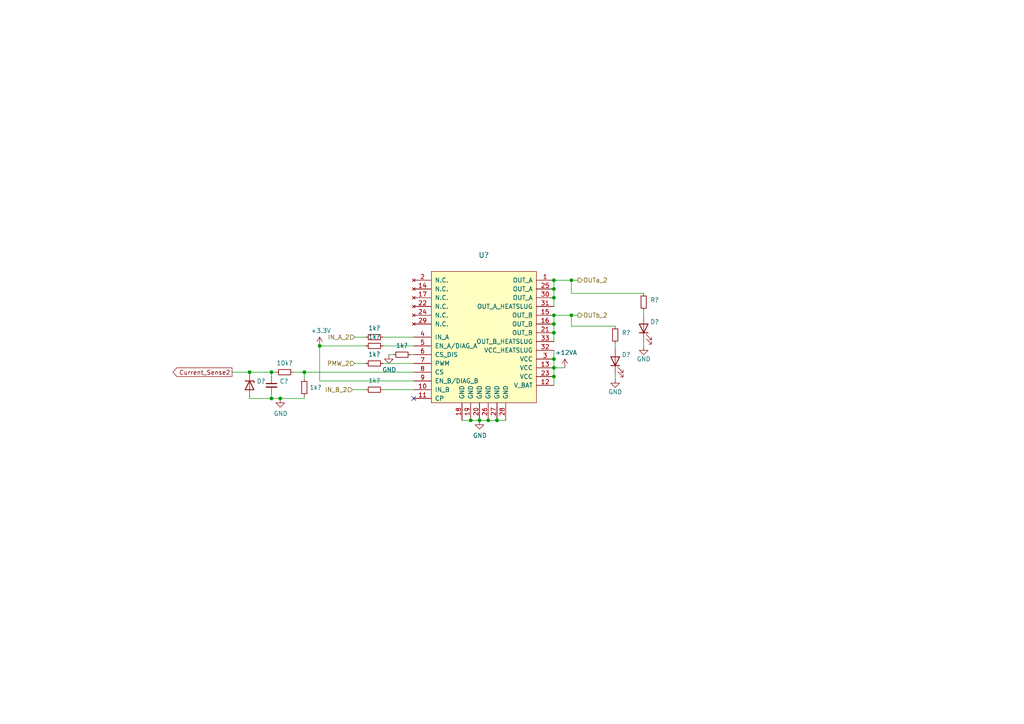
<source format=kicad_sch>
(kicad_sch (version 20211123) (generator eeschema)
  (paper "A4")
  (title_block (title "ArmBoard_Hardware") (date "2021-10-15") (rev "0") (company "Mars Rover Design Team") (comment 1 "Drawn By: Patrick Simoni / Tyler Lunyou"))
  (lib_symbols
    (symbol "Device:C_Small" (pin_numbers hide) (pin_names (offset 0.254) hide)
      (property "Reference" "C" (at 0.254 1.778 0))
      (property "Value" "C_Small" (at 0.254 -2.032 0))
      (symbol "C_Small_0_1"
        (polyline (pts (xy -1.524 -0.508) (xy 1.524 -0.508)) (stroke (width 0.3302)))
        (polyline (pts (xy -1.524 0.508) (xy 1.524 0.508)) (stroke (width 0.3048)))
      )
      (symbol "C_Small_1_1"
        (pin passive line (at 0 2.54 270) (length 2.032) (name "~") (number "1"))
        (pin passive line (at 0 -2.54 90) (length 2.032) (name "~") (number "2"))
      )
    )
    (symbol "Device:D_Zener" (pin_numbers hide) (pin_names (offset 1.016) hide)
      (property "Reference" "D" (at 0 2.54 0))
      (property "Value" "D_Zener" (at 0 -2.54 0))
      (symbol "D_Zener_0_1"
        (polyline (pts (xy 1.27 0) (xy -1.27 0)))
        (polyline (pts (xy -1.27 -1.27) (xy -1.27 1.27) (xy -0.762 1.27)) (stroke (width 0.254)))
        (polyline (pts (xy 1.27 -1.27) (xy 1.27 1.27) (xy -1.27 0) (xy 1.27 -1.27)) (stroke (width 0.254)))
      )
      (symbol "D_Zener_1_1"
        (pin passive line (at -3.81 0 0) (length 2.54) (name "K") (number "1"))
        (pin passive line (at 3.81 0 180) (length 2.54) (name "A") (number "2"))
      )
    )
    (symbol "Device:LED" (pin_numbers hide) (pin_names (offset 1.016) hide)
      (property "Reference" "D" (at 0 2.54 0))
      (property "Value" "LED" (at 0 -2.54 0))
      (symbol "LED_0_1"
        (polyline (pts (xy -1.27 -1.27) (xy -1.27 1.27)) (stroke (width 0.254)))
        (polyline (pts (xy -1.27 0) (xy 1.27 0)))
        (polyline (pts (xy 1.27 -1.27) (xy 1.27 1.27) (xy -1.27 0) (xy 1.27 -1.27)) (stroke (width 0.254)))
        (polyline (pts (xy -3.048 -0.762) (xy -4.572 -2.286) (xy -3.81 -2.286) (xy -4.572 -2.286) (xy -4.572 -1.524)))
        (polyline (pts (xy -1.778 -0.762) (xy -3.302 -2.286) (xy -2.54 -2.286) (xy -3.302 -2.286) (xy -3.302 -1.524)))
      )
      (symbol "LED_1_1"
        (pin passive line (at -3.81 0 0) (length 2.54) (name "K") (number "1"))
        (pin passive line (at 3.81 0 180) (length 2.54) (name "A") (number "2"))
      )
    )
    (symbol "Device:R_Small" (pin_numbers hide) (pin_names (offset 0.254) hide)
      (property "Reference" "R" (at 0.762 0.508 0))
      (property "Value" "R_Small" (at 0.762 -1.016 0))
      (symbol "R_Small_0_1"
        (rectangle (start -0.762 1.778) (end 0.762 -1.778) (stroke (width 0.2032)))
      )
      (symbol "R_Small_1_1"
        (pin passive line (at 0 2.54 270) (length 0.762) (name "~") (number "1"))
        (pin passive line (at 0 -2.54 90) (length 0.762) (name "~") (number "2"))
      )
    )
    (symbol "MRDT_ICs:VNH5019A_E" (pin_names (offset 1.016))
      (property "Reference" "U" (at 1.27 -1.27 0))
      (property "Value" "VNH5019A_E" (at 15.24 36.83 0))
      (symbol "VNH5019A_E_1_1"
        (rectangle (start 0 38.1) (end 30.48 0) (fill (type background)))
        (pin input line (at 35.56 35.56 180) (length 5.08) (name "OUT_A") (number "1"))
        (pin input line (at -5.08 3.81 0) (length 5.08) (name "IN_B") (number "10"))
        (pin input line (at -5.08 1.27 0) (length 5.08) (name "CP") (number "11"))
        (pin power_in line (at 35.56 5.08 180) (length 5.08) (name "V_BAT") (number "12"))
        (pin power_in line (at 35.56 10.16 180) (length 5.08) (name "VCC") (number "13"))
        (pin no_connect line (at -5.08 33.02 0) (length 5.08) (name "N.C.") (number "14"))
        (pin input line (at 35.56 25.4 180) (length 5.08) (name "OUT_B") (number "15"))
        (pin input line (at 35.56 22.86 180) (length 5.08) (name "OUT_B") (number "16"))
        (pin no_connect line (at -5.08 30.48 0) (length 5.08) (name "N.C.") (number "17"))
        (pin input line (at 8.89 -5.08 90) (length 5.08) (name "GND") (number "18"))
        (pin input line (at 11.43 -5.08 90) (length 5.08) (name "GND") (number "19"))
        (pin no_connect line (at -5.08 35.56 0) (length 5.08) (name "N.C.") (number "2"))
        (pin input line (at 13.97 -5.08 90) (length 5.08) (name "GND") (number "20"))
        (pin input line (at 35.56 20.32 180) (length 5.08) (name "OUT_B") (number "21"))
        (pin no_connect line (at -5.08 27.94 0) (length 5.08) (name "N.C.") (number "22"))
        (pin input line (at 35.56 7.62 180) (length 5.08) (name "VCC") (number "23"))
        (pin no_connect line (at -5.08 25.4 0) (length 5.08) (name "N.C.") (number "24"))
        (pin input line (at 35.56 33.02 180) (length 5.08) (name "OUT_A") (number "25"))
        (pin input line (at 16.51 -5.08 90) (length 5.08) (name "GND") (number "26"))
        (pin input line (at 19.05 -5.08 90) (length 5.08) (name "GND") (number "27"))
        (pin input line (at 21.59 -5.08 90) (length 5.08) (name "GND") (number "28"))
        (pin no_connect line (at -5.08 22.86 0) (length 5.08) (name "N.C.") (number "29"))
        (pin power_in line (at 35.56 12.7 180) (length 5.08) (name "VCC") (number "3"))
        (pin input line (at 35.56 30.48 180) (length 5.08) (name "OUT_A") (number "30"))
        (pin input line (at 35.56 27.94 180) (length 5.08) (name "OUT_A_HEATSLUG") (number "31"))
        (pin input line (at 35.56 15.24 180) (length 5.08) (name "VCC_HEATSLUG") (number "32"))
        (pin input line (at 35.56 17.78 180) (length 5.08) (name "OUT_B_HEATSLUG") (number "33"))
        (pin input line (at -5.08 19.05 0) (length 5.08) (name "IN_A") (number "4"))
        (pin input line (at -5.08 16.51 0) (length 5.08) (name "EN_A/DIAG_A") (number "5"))
        (pin input line (at -5.08 13.97 0) (length 5.08) (name "CS_DIS") (number "6"))
        (pin input line (at -5.08 11.43 0) (length 5.08) (name "PWM") (number "7"))
        (pin input line (at -5.08 8.89 0) (length 5.08) (name "CS") (number "8"))
        (pin input line (at -5.08 6.35 0) (length 5.08) (name "EN_B/DIAG_B") (number "9"))
      )
    )
    (symbol "power:+12VA" (power) (pin_names (offset 0))
      (property "Value" "+12VA" (at 0 3.556 0))
      (symbol "+12VA_0_1"
        (polyline (pts (xy -0.762 1.27) (xy 0 2.54)))
        (polyline (pts (xy 0 0) (xy 0 2.54)))
        (polyline (pts (xy 0 2.54) (xy 0.762 1.27)))
      )
      (symbol "+12VA_1_1"
        (pin power_in line (at 0 0 90) (length 0) hide (name "+12VA") (number "1"))
      )
    )
    (symbol "power:+3.3V" (power) (pin_names (offset 0))
      (property "Value" "+3.3V" (at 0 3.556 0))
      (symbol "+3.3V_0_1"
        (polyline (pts (xy -0.762 1.27) (xy 0 2.54)))
        (polyline (pts (xy 0 0) (xy 0 2.54)))
        (polyline (pts (xy 0 2.54) (xy 0.762 1.27)))
      )
      (symbol "+3.3V_1_1"
        (pin power_in line (at 0 0 90) (length 0) hide (name "+3.3V") (number "1"))
      )
    )
    (symbol "power:GND" (power) (pin_names (offset 0))
      (property "Value" "GND" (at 0 -3.81 0))
      (symbol "GND_0_1"
        (polyline (pts (xy 0 0) (xy 0 -1.27) (xy 1.27 -1.27) (xy 0 -2.54) (xy -1.27 -1.27) (xy 0 -1.27)))
      )
      (symbol "GND_1_1"
        (pin power_in line (at 0 0 270) (length 0) hide (name "GND") (number "1"))
      )
    )
  )
  (junction (at 160.655 81.28))
  (junction (at 160.655 109.22))
  (junction (at 78.74 107.95))
  (junction (at 92.71 100.33))
  (junction (at 160.655 86.36))
  (junction (at 160.655 91.44))
  (junction (at 160.655 106.68))
  (junction (at 81.28 115.57))
  (junction (at 136.525 121.92))
  (junction (at 141.605 121.92))
  (junction (at 160.655 93.98))
  (junction (at 88.265 107.95))
  (junction (at 160.655 96.52))
  (junction (at 165.735 91.44))
  (junction (at 72.39 107.95))
  (junction (at 160.655 104.14))
  (junction (at 78.74 115.57))
  (junction (at 160.655 83.82))
  (junction (at 139.065 121.92))
  (junction (at 144.145 121.92))
  (junction (at 165.735 81.28))
  (no_connect (at 120.015 115.57))
  (wire (pts (xy 88.265 107.95) (xy 85.09 107.95)))
  (wire (pts (xy 120.015 100.33) (xy 111.125 100.33)))
  (wire (pts (xy 160.655 106.68) (xy 160.655 109.22)))
  (wire (pts (xy 78.74 107.95) (xy 72.39 107.95)))
  (wire (pts (xy 165.735 81.28) (xy 165.735 85.09)))
  (wire (pts (xy 78.74 115.57) (xy 78.74 114.3)))
  (wire (pts (xy 92.71 100.33) (xy 92.71 110.49)))
  (wire (pts (xy 88.265 109.855) (xy 88.265 107.95)))
  (wire (pts (xy 186.69 90.17) (xy 186.69 91.44)))
  (wire (pts (xy 112.776 102.87) (xy 114.046 102.87)))
  (wire (pts (xy 78.74 109.22) (xy 78.74 107.95)))
  (wire (pts (xy 144.145 121.92) (xy 146.685 121.92)))
  (wire (pts (xy 102.87 97.79) (xy 106.045 97.79)))
  (wire (pts (xy 133.985 121.92) (xy 136.525 121.92)))
  (wire (pts (xy 141.605 121.92) (xy 139.065 121.92)))
  (wire (pts (xy 160.655 104.14) (xy 160.655 106.68)))
  (wire (pts (xy 160.655 91.44) (xy 160.655 93.98)))
  (wire (pts (xy 160.655 91.44) (xy 165.735 91.44)))
  (wire (pts (xy 120.015 107.95) (xy 88.265 107.95)))
  (wire (pts (xy 160.655 93.98) (xy 160.655 96.52)))
  (wire (pts (xy 165.735 81.28) (xy 167.64 81.28)))
  (wire (pts (xy 81.28 115.57) (xy 88.265 115.57)))
  (wire (pts (xy 160.655 96.52) (xy 160.655 99.06)))
  (wire (pts (xy 160.655 81.28) (xy 160.655 83.82)))
  (wire (pts (xy 160.655 86.36) (xy 160.655 83.82)))
  (wire (pts (xy 178.435 99.695) (xy 178.435 100.965)))
  (wire (pts (xy 111.125 113.03) (xy 120.015 113.03)))
  (wire (pts (xy 160.655 81.28) (xy 165.735 81.28)))
  (wire (pts (xy 78.74 107.95) (xy 80.01 107.95)))
  (wire (pts (xy 160.655 106.68) (xy 163.83 106.68)))
  (wire (pts (xy 78.74 115.57) (xy 81.28 115.57)))
  (wire (pts (xy 160.655 86.36) (xy 160.655 88.9)))
  (wire (pts (xy 88.265 115.57) (xy 88.265 114.935)))
  (wire (pts (xy 160.655 101.6) (xy 160.655 104.14)))
  (wire (pts (xy 106.045 105.41) (xy 102.87 105.41)))
  (wire (pts (xy 120.015 110.49) (xy 92.71 110.49)))
  (wire (pts (xy 165.735 91.44) (xy 165.735 94.615)))
  (wire (pts (xy 111.125 105.41) (xy 120.015 105.41)))
  (wire (pts (xy 136.525 121.92) (xy 139.065 121.92)))
  (wire (pts (xy 141.605 121.92) (xy 144.145 121.92)))
  (wire (pts (xy 106.045 100.33) (xy 92.71 100.33)))
  (wire (pts (xy 102.235 113.03) (xy 106.045 113.03)))
  (wire (pts (xy 178.435 108.585) (xy 178.435 109.855)))
  (wire (pts (xy 165.735 85.09) (xy 186.69 85.09)))
  (wire (pts (xy 165.735 91.44) (xy 167.64 91.44)))
  (wire (pts (xy 72.39 115.57) (xy 78.74 115.57)))
  (wire (pts (xy 160.655 111.76) (xy 160.655 109.22)))
  (wire (pts (xy 165.735 94.615) (xy 178.435 94.615)))
  (wire (pts (xy 186.69 99.06) (xy 186.69 100.33)))
  (wire (pts (xy 111.125 97.79) (xy 120.015 97.79)))
  (wire (pts (xy 119.126 102.87) (xy 120.015 102.87)))
  (wire (pts (xy 72.39 107.95) (xy 67.31 107.95)))
  (global_label "Current_Sense2" (shape output) (at 67.31 107.95 180) (property "Intersheet References" "${INTERSHEET_REFS}" (effects hide)))
  (hierarchical_label "IN_A_2" (shape input) (at 102.87 97.79 180))
  (hierarchical_label "OUTa_2" (shape output) (at 167.64 81.28 0))
  (hierarchical_label "IN_B_2" (shape input) (at 102.235 113.03 180))
  (hierarchical_label "OUTb_2" (shape output) (at 167.64 91.44 0))
  (hierarchical_label "PMW_2" (shape input) (at 102.87 105.41 180))
  (symbol (lib_id "power:+12VA") (at 163.83 106.68 0) (unit 1)
    (property "Reference" "#PWR?" (effects hide))
  )
  (symbol (lib_id "power:GND") (at 81.28 115.57 0) (unit 1)
    (property "Reference" "#PWR?" (effects hide))
  )
  (symbol (lib_id "Device:C_Small") (at 78.74 111.76 0) (unit 1)
    (property "Reference" "C?" (at 81.0768 110.5916 0) (effects (justify left)))
  )
  (symbol (lib_id "Device:D_Zener") (at 72.39 111.76 270) (unit 1)
    (property "Reference" "D?" (at 74.422 110.5916 90) (effects (justify left)))
  )
  (symbol (lib_id "power:GND") (at 178.435 109.855 0) (unit 1)
    (property "Reference" "#PWR?" (effects hide))
  )
  (symbol (lib_id "Device:R_Small") (at 178.435 97.155 0) (unit 1)
    (property "Reference" "R?" (at 181.61 96.52 0))
  )
  (symbol (lib_id "Device:LED") (at 178.435 104.775 90) (unit 1)
    (property "Reference" "D?" (at 181.61 102.87 90))
  )
  (symbol (lib_id "power:GND") (at 186.69 100.33 0) (unit 1)
    (property "Reference" "#PWR?" (effects hide))
  )
  (symbol (lib_id "power:GND") (at 112.776 102.87 0) (unit 1)
    (property "Reference" "#PWR?" (effects hide))
  )
  (symbol (lib_id "Device:R_Small") (at 116.586 102.87 270) (unit 1)
    (property "Reference" "1k?" (at 116.586 100.2284 90))
  )
  (symbol (lib_id "Device:R_Small") (at 82.55 107.95 270) (unit 1)
    (property "Reference" "10k?" (at 82.55 105.3084 90))
  )
  (symbol (lib_id "Device:R_Small") (at 88.265 112.395 0) (unit 1)
    (property "Reference" "1k?" (at 89.7636 112.395 0) (effects (justify left)))
  )
  (symbol (lib_id "MRDT_ICs:VNH5019A_E") (at 125.095 116.84 0) (unit 1)
    (property "Reference" "U?" (at 140.335 73.9902 0) (effects (font (size 1.524 1.524))))
  )
  (symbol (lib_id "power:GND") (at 139.065 121.92 0) (unit 1)
    (property "Reference" "#PWR?" (effects hide))
  )
  (symbol (lib_id "Device:R_Small") (at 108.585 105.41 270) (unit 1)
    (property "Reference" "1k?" (at 108.585 102.7684 90))
  )
  (symbol (lib_id "Device:R_Small") (at 108.585 100.33 270) (unit 1)
    (property "Reference" "1k?" (at 108.585 97.6884 90))
  )
  (symbol (lib_id "Device:R_Small") (at 108.585 97.79 270) (unit 1)
    (property "Reference" "1k?" (at 108.585 95.1484 90))
  )
  (symbol (lib_id "power:+3.3V") (at 92.71 100.33 0) (unit 1)
    (property "Reference" "#PWR?" (effects hide))
  )
  (symbol (lib_id "Device:R_Small") (at 108.585 113.03 270) (unit 1)
    (property "Reference" "1k?" (at 108.585 110.3884 90))
  )
  (symbol (lib_id "Device:LED") (at 186.69 95.25 90) (unit 1)
    (property "Reference" "D?" (at 189.865 93.345 90))
  )
  (symbol (lib_id "Device:R_Small") (at 186.69 87.63 0) (unit 1)
    (property "Reference" "R?" (at 189.865 86.995 0))
  )
)
</source>
